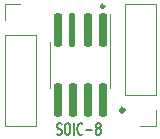
<source format=gto>
G04 #@! TF.GenerationSoftware,KiCad,Pcbnew,(6.0.9)*
G04 #@! TF.CreationDate,2023-05-28T18:48:41+02:00*
G04 #@! TF.ProjectId,SOIC-SSOP-DIP adapter,534f4943-2d53-4534-9f50-2d4449502061,rev?*
G04 #@! TF.SameCoordinates,Original*
G04 #@! TF.FileFunction,Legend,Top*
G04 #@! TF.FilePolarity,Positive*
%FSLAX46Y46*%
G04 Gerber Fmt 4.6, Leading zero omitted, Abs format (unit mm)*
G04 Created by KiCad (PCBNEW (6.0.9)) date 2023-05-28 18:48:41*
%MOMM*%
%LPD*%
G01*
G04 APERTURE LIST*
G04 Aperture macros list*
%AMRoundRect*
0 Rectangle with rounded corners*
0 $1 Rounding radius*
0 $2 $3 $4 $5 $6 $7 $8 $9 X,Y pos of 4 corners*
0 Add a 4 corners polygon primitive as box body*
4,1,4,$2,$3,$4,$5,$6,$7,$8,$9,$2,$3,0*
0 Add four circle primitives for the rounded corners*
1,1,$1+$1,$2,$3*
1,1,$1+$1,$4,$5*
1,1,$1+$1,$6,$7*
1,1,$1+$1,$8,$9*
0 Add four rect primitives between the rounded corners*
20,1,$1+$1,$2,$3,$4,$5,0*
20,1,$1+$1,$4,$5,$6,$7,0*
20,1,$1+$1,$6,$7,$8,$9,0*
20,1,$1+$1,$8,$9,$2,$3,0*%
G04 Aperture macros list end*
%ADD10C,0.294000*%
%ADD11C,0.329000*%
%ADD12C,0.150000*%
%ADD13C,0.120000*%
%ADD14R,1.700000X1.700000*%
%ADD15O,1.700000X1.700000*%
%ADD16RoundRect,0.150000X-0.150000X1.322500X-0.150000X-1.322500X0.150000X-1.322500X0.150000X1.322500X0*%
%ADD17RoundRect,0.138500X-0.138500X1.334000X-0.138500X-1.334000X0.138500X-1.334000X0.138500X1.334000X0*%
%ADD18R,3.810000X2.410000*%
G04 APERTURE END LIST*
D10*
X50312000Y-80137000D02*
G75*
G03*
X50312000Y-80137000I-147000J0D01*
G01*
D11*
X51980500Y-88900000D02*
G75*
G03*
X51980500Y-88900000I-164500J0D01*
G01*
D12*
X46283000Y-90955761D02*
X46383000Y-91003380D01*
X46549666Y-91003380D01*
X46616333Y-90955761D01*
X46649666Y-90908142D01*
X46683000Y-90812904D01*
X46683000Y-90717666D01*
X46649666Y-90622428D01*
X46616333Y-90574809D01*
X46549666Y-90527190D01*
X46416333Y-90479571D01*
X46349666Y-90431952D01*
X46316333Y-90384333D01*
X46283000Y-90289095D01*
X46283000Y-90193857D01*
X46316333Y-90098619D01*
X46349666Y-90051000D01*
X46416333Y-90003380D01*
X46583000Y-90003380D01*
X46683000Y-90051000D01*
X47116333Y-90003380D02*
X47249666Y-90003380D01*
X47316333Y-90051000D01*
X47383000Y-90146238D01*
X47416333Y-90336714D01*
X47416333Y-90670047D01*
X47383000Y-90860523D01*
X47316333Y-90955761D01*
X47249666Y-91003380D01*
X47116333Y-91003380D01*
X47049666Y-90955761D01*
X46983000Y-90860523D01*
X46949666Y-90670047D01*
X46949666Y-90336714D01*
X46983000Y-90146238D01*
X47049666Y-90051000D01*
X47116333Y-90003380D01*
X47716333Y-91003380D02*
X47716333Y-90003380D01*
X48449666Y-90908142D02*
X48416333Y-90955761D01*
X48316333Y-91003380D01*
X48249666Y-91003380D01*
X48149666Y-90955761D01*
X48083000Y-90860523D01*
X48049666Y-90765285D01*
X48016333Y-90574809D01*
X48016333Y-90431952D01*
X48049666Y-90241476D01*
X48083000Y-90146238D01*
X48149666Y-90051000D01*
X48249666Y-90003380D01*
X48316333Y-90003380D01*
X48416333Y-90051000D01*
X48449666Y-90098619D01*
X48749666Y-90622428D02*
X49283000Y-90622428D01*
X49716333Y-90431952D02*
X49649666Y-90384333D01*
X49616333Y-90336714D01*
X49583000Y-90241476D01*
X49583000Y-90193857D01*
X49616333Y-90098619D01*
X49649666Y-90051000D01*
X49716333Y-90003380D01*
X49849666Y-90003380D01*
X49916333Y-90051000D01*
X49949666Y-90098619D01*
X49983000Y-90193857D01*
X49983000Y-90241476D01*
X49949666Y-90336714D01*
X49916333Y-90384333D01*
X49849666Y-90431952D01*
X49716333Y-90431952D01*
X49649666Y-90479571D01*
X49616333Y-90527190D01*
X49583000Y-90622428D01*
X49583000Y-90812904D01*
X49616333Y-90908142D01*
X49649666Y-90955761D01*
X49716333Y-91003380D01*
X49849666Y-91003380D01*
X49916333Y-90955761D01*
X49949666Y-90908142D01*
X49983000Y-90812904D01*
X49983000Y-90622428D01*
X49949666Y-90527190D01*
X49916333Y-90479571D01*
X49849666Y-90431952D01*
D13*
X41850000Y-82550000D02*
X44510000Y-82550000D01*
X44510000Y-82550000D02*
X44510000Y-90230000D01*
X41850000Y-81280000D02*
X41850000Y-79950000D01*
X41850000Y-79950000D02*
X43180000Y-79950000D01*
X41850000Y-82550000D02*
X41850000Y-90230000D01*
X41850000Y-90230000D02*
X44510000Y-90230000D01*
X45700000Y-85080000D02*
X45700000Y-83130000D01*
X50820000Y-85080000D02*
X50820000Y-87030000D01*
X50820000Y-85080000D02*
X50820000Y-80762000D01*
X45700000Y-85080000D02*
X45700000Y-87030000D01*
X52010000Y-87630000D02*
X52010000Y-79950000D01*
X54670000Y-87630000D02*
X52010000Y-87630000D01*
X54670000Y-79950000D02*
X52010000Y-79950000D01*
X54670000Y-87630000D02*
X54670000Y-79950000D01*
X54670000Y-90230000D02*
X53340000Y-90230000D01*
X54670000Y-88900000D02*
X54670000Y-90230000D01*
%LPC*%
D14*
X43180000Y-81280000D03*
D15*
X43180000Y-83820000D03*
X43180000Y-86360000D03*
X43180000Y-88900000D03*
D16*
X50165000Y-82107500D03*
X48895000Y-82107500D03*
D17*
X47602000Y-82107500D03*
D16*
X46355000Y-82107500D03*
X46355000Y-88052500D03*
X47625000Y-88052500D03*
X48895000Y-88052500D03*
X50165000Y-88052500D03*
D18*
X48260000Y-85080000D03*
D14*
X53340000Y-88900000D03*
D15*
X53340000Y-86360000D03*
X53340000Y-83820000D03*
X53340000Y-81280000D03*
M02*

</source>
